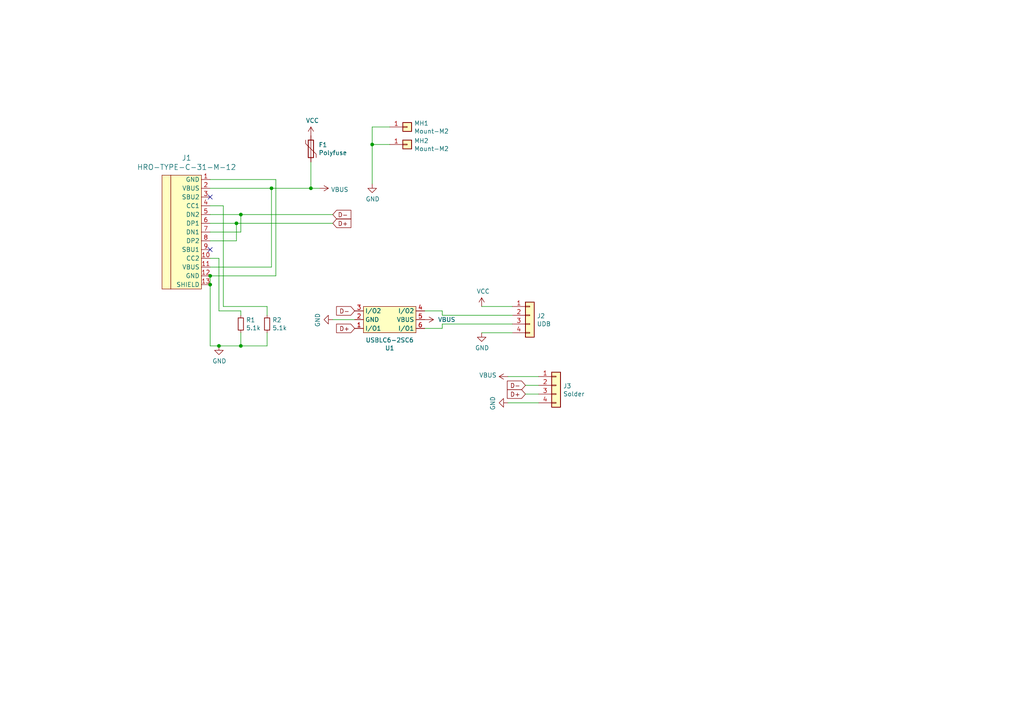
<source format=kicad_sch>
(kicad_sch (version 20211123) (generator eeschema)
  (paper "A4")
  (lib_symbols
    (symbol "Connector_Generic:Conn_01x01" (pin_names hide)
      (property "Reference" "J" (at 0 2.54 0))
      (property "Value" "Conn_01x01" (at 0 -2.54 0))
      (symbol "Conn_01x01_1_1"
        (rectangle (start -1.27 0.127) (end 0 -0.127) (stroke (width 0.1524)))
        (rectangle (start -1.27 1.27) (end 1.27 -1.27) (stroke (width 0.254)) (fill (type background)))
        (pin passive line (at -5.08 0 0) (length 3.81) (name "Pin_1") (number "1"))
      )
    )
    (symbol "Connector_Generic:Conn_01x04" (pin_names hide)
      (property "Reference" "J" (at 0 5.08 0))
      (property "Value" "Conn_01x04" (at 0 -7.62 0))
      (symbol "Conn_01x04_1_1"
        (rectangle (start -1.27 -4.953) (end 0 -5.207) (stroke (width 0.1524)))
        (rectangle (start -1.27 -2.413) (end 0 -2.667) (stroke (width 0.1524)))
        (rectangle (start -1.27 0.127) (end 0 -0.127) (stroke (width 0.1524)))
        (rectangle (start -1.27 2.667) (end 0 2.413) (stroke (width 0.1524)))
        (rectangle (start -1.27 3.81) (end 1.27 -6.35) (stroke (width 0.254)) (fill (type background)))
        (pin passive line (at -5.08 2.54 0) (length 3.81) (name "Pin_1") (number "1"))
        (pin passive line (at -5.08 0 0) (length 3.81) (name "Pin_2") (number "2"))
        (pin passive line (at -5.08 -2.54 0) (length 3.81) (name "Pin_3") (number "3"))
        (pin passive line (at -5.08 -5.08 0) (length 3.81) (name "Pin_4") (number "4"))
      )
    )
    (symbol "Device:Polyfuse" (pin_numbers hide) (pin_names (offset 0))
      (property "Reference" "F" (at -2.54 0 90))
      (property "Value" "Polyfuse" (at 2.54 0 90))
      (symbol "Polyfuse_0_1"
        (rectangle (start -0.762 2.54) (end 0.762 -2.54) (stroke (width 0.254)))
        (polyline (pts (xy 0 2.54) (xy 0 -2.54)))
        (polyline (pts (xy -1.524 2.54) (xy -1.524 1.524) (xy 1.524 -1.524) (xy 1.524 -2.54)))
      )
      (symbol "Polyfuse_1_1"
        (pin passive line (at 0 3.81 270) (length 1.27) (name "~") (number "1"))
        (pin passive line (at 0 -3.81 90) (length 1.27) (name "~") (number "2"))
      )
    )
    (symbol "Device:R_Small" (pin_numbers hide) (pin_names (offset 0.254) hide)
      (property "Reference" "R" (at 0.762 0.508 0))
      (property "Value" "R_Small" (at 0.762 -1.016 0))
      (symbol "R_Small_0_1"
        (rectangle (start -0.762 1.778) (end 0.762 -1.778) (stroke (width 0.2032)))
      )
      (symbol "R_Small_1_1"
        (pin passive line (at 0 2.54 270) (length 0.762) (name "~") (number "1"))
        (pin passive line (at 0 -2.54 90) (length 0.762) (name "~") (number "2"))
      )
    )
    (symbol "Power:GND" (power) (pin_names (offset 0))
      (property "Value" "GND" (at 0 -3.81 0))
      (symbol "GND_0_1"
        (polyline (pts (xy 0 0) (xy 0 -1.27) (xy 1.27 -1.27) (xy 0 -2.54) (xy -1.27 -1.27) (xy 0 -1.27)))
      )
      (symbol "GND_1_1"
        (pin power_in line (at 0 0 270) (length 0) hide (name "GND") (number "1"))
      )
    )
    (symbol "Power:VBUS" (power) (pin_names (offset 0))
      (property "Value" "VBUS" (at 0 3.81 0))
      (symbol "VBUS_0_1"
        (polyline (pts (xy -0.762 1.27) (xy 0 2.54)))
        (polyline (pts (xy 0 0) (xy 0 2.54)))
        (polyline (pts (xy 0 2.54) (xy 0.762 1.27)))
      )
      (symbol "VBUS_1_1"
        (pin power_in line (at 0 0 90) (length 0) hide (name "VBUS") (number "1"))
      )
    )
    (symbol "Power:VCC" (power) (pin_names (offset 0))
      (property "Value" "VCC" (at 0 3.81 0))
      (symbol "VCC_0_1"
        (polyline (pts (xy -0.762 1.27) (xy 0 2.54)))
        (polyline (pts (xy 0 0) (xy 0 2.54)))
        (polyline (pts (xy 0 2.54) (xy 0.762 1.27)))
      )
      (symbol "VCC_1_1"
        (pin power_in line (at 0 0 90) (length 0) hide (name "VCC") (number "1"))
      )
    )
    (symbol "Type-C:HRO-TYPE-C-31-M-12"
      (property "Reference" "USB" (at -5.08 16.51 0))
      (property "Value" "HRO-TYPE-C-31-M-12" (at -10.16 -1.27 90))
      (symbol "HRO-TYPE-C-31-M-12_0_1"
        (rectangle (start -11.43 15.24) (end -8.89 -17.78) (fill (type background)))
        (rectangle (start 0 -17.78) (end -8.89 15.24) (fill (type background)))
      )
      (symbol "HRO-TYPE-C-31-M-12_1_1"
        (pin input line (at 2.54 13.97 180) (length 2.54) (name "GND") (number "1"))
        (pin input line (at 2.54 -8.89 180) (length 2.54) (name "CC2") (number "10"))
        (pin input line (at 2.54 -11.43 180) (length 2.54) (name "VBUS") (number "11"))
        (pin input line (at 2.54 -13.97 180) (length 2.54) (name "GND") (number "12"))
        (pin input line (at 2.54 -16.51 180) (length 2.54) (name "SHIELD") (number "13"))
        (pin input line (at 2.54 11.43 180) (length 2.54) (name "VBUS") (number "2"))
        (pin input line (at 2.54 8.89 180) (length 2.54) (name "SBU2") (number "3"))
        (pin input line (at 2.54 6.35 180) (length 2.54) (name "CC1") (number "4"))
        (pin input line (at 2.54 3.81 180) (length 2.54) (name "DN2") (number "5"))
        (pin input line (at 2.54 1.27 180) (length 2.54) (name "DP1") (number "6"))
        (pin input line (at 2.54 -1.27 180) (length 2.54) (name "DN1") (number "7"))
        (pin input line (at 2.54 -3.81 180) (length 2.54) (name "DP2") (number "8"))
        (pin input line (at 2.54 -6.35 180) (length 2.54) (name "SBU1") (number "9"))
      )
    )
    (symbol "keyboard_parts:USBLC6-2SC6"
      (property "Reference" "D" (at -7.62 5.08 0))
      (property "Value" "USBLC6-2SC6" (at -7.62 -5.08 0))
      (symbol "USBLC6-2SC6_0_0"
        (pin passive line (at -10.16 2.54 0) (length 2.54) (name "I/O1") (number "1"))
        (pin power_in line (at -10.16 0 0) (length 2.54) (name "GND") (number "2"))
        (pin passive line (at -10.16 -2.54 0) (length 2.54) (name "I/O2") (number "3"))
        (pin passive line (at 10.16 -2.54 180) (length 2.54) (name "I/O2") (number "4"))
        (pin power_in line (at 10.16 0 180) (length 2.54) (name "VBUS") (number "5"))
        (pin passive line (at 10.16 2.54 180) (length 2.54) (name "I/O1") (number "6"))
      )
      (symbol "USBLC6-2SC6_0_1"
        (rectangle (start -7.62 3.81) (end 7.62 -3.81) (fill (type background)))
      )
    )
  )
  (junction (at 69.85 62.23))
  (junction (at 63.5 100.33))
  (junction (at 60.96 80.01))
  (junction (at 90.17 54.61))
  (junction (at 60.96 82.55))
  (junction (at 107.95 41.91))
  (junction (at 68.58 64.77))
  (junction (at 69.85 100.33))
  (junction (at 78.74 54.61))
  (no_connect (at 60.96 72.39))
  (no_connect (at 60.96 57.15))
  (wire (pts (xy 152.4 114.3) (xy 156.21 114.3)))
  (wire (pts (xy 69.85 62.23) (xy 96.52 62.23)))
  (wire (pts (xy 147.32 109.22) (xy 156.21 109.22)))
  (wire (pts (xy 107.95 36.83) (xy 107.95 41.91)))
  (wire (pts (xy 123.19 90.17) (xy 128.27 90.17)))
  (wire (pts (xy 113.03 36.83) (xy 107.95 36.83)))
  (wire (pts (xy 90.17 54.61) (xy 90.17 46.99)))
  (wire (pts (xy 63.5 90.17) (xy 63.5 74.93)))
  (wire (pts (xy 78.74 54.61) (xy 90.17 54.61)))
  (wire (pts (xy 69.85 96.52) (xy 69.85 100.33)))
  (wire (pts (xy 152.4 111.76) (xy 156.21 111.76)))
  (wire (pts (xy 96.52 92.71) (xy 102.87 92.71)))
  (wire (pts (xy 77.47 100.33) (xy 77.47 96.52)))
  (wire (pts (xy 123.19 95.25) (xy 128.27 95.25)))
  (wire (pts (xy 128.27 91.44) (xy 148.59 91.44)))
  (wire (pts (xy 69.85 67.31) (xy 60.96 67.31)))
  (wire (pts (xy 63.5 74.93) (xy 60.96 74.93)))
  (wire (pts (xy 60.96 80.01) (xy 60.96 82.55)))
  (wire (pts (xy 80.01 52.07) (xy 80.01 80.01)))
  (wire (pts (xy 64.77 88.9) (xy 77.47 88.9)))
  (wire (pts (xy 60.96 59.69) (xy 64.77 59.69)))
  (wire (pts (xy 69.85 62.23) (xy 69.85 67.31)))
  (wire (pts (xy 147.32 116.84) (xy 156.21 116.84)))
  (wire (pts (xy 68.58 69.85) (xy 68.58 64.77)))
  (wire (pts (xy 80.01 80.01) (xy 60.96 80.01)))
  (wire (pts (xy 69.85 100.33) (xy 77.47 100.33)))
  (wire (pts (xy 60.96 52.07) (xy 80.01 52.07)))
  (wire (pts (xy 113.03 41.91) (xy 107.95 41.91)))
  (wire (pts (xy 60.96 62.23) (xy 69.85 62.23)))
  (wire (pts (xy 128.27 93.98) (xy 148.59 93.98)))
  (wire (pts (xy 128.27 95.25) (xy 128.27 93.98)))
  (wire (pts (xy 128.27 90.17) (xy 128.27 91.44)))
  (wire (pts (xy 60.96 100.33) (xy 63.5 100.33)))
  (wire (pts (xy 63.5 100.33) (xy 69.85 100.33)))
  (wire (pts (xy 69.85 91.44) (xy 69.85 90.17)))
  (wire (pts (xy 139.7 88.9) (xy 148.59 88.9)))
  (wire (pts (xy 60.96 69.85) (xy 68.58 69.85)))
  (wire (pts (xy 90.17 54.61) (xy 92.71 54.61)))
  (wire (pts (xy 107.95 41.91) (xy 107.95 53.34)))
  (wire (pts (xy 60.96 82.55) (xy 60.96 100.33)))
  (wire (pts (xy 68.58 64.77) (xy 96.52 64.77)))
  (wire (pts (xy 77.47 88.9) (xy 77.47 91.44)))
  (wire (pts (xy 68.58 64.77) (xy 60.96 64.77)))
  (wire (pts (xy 60.96 77.47) (xy 78.74 77.47)))
  (wire (pts (xy 78.74 77.47) (xy 78.74 54.61)))
  (wire (pts (xy 78.74 54.61) (xy 60.96 54.61)))
  (wire (pts (xy 139.7 96.52) (xy 148.59 96.52)))
  (wire (pts (xy 64.77 59.69) (xy 64.77 88.9)))
  (wire (pts (xy 69.85 90.17) (xy 63.5 90.17)))
  (global_label "D-" (shape input) (at 152.4 111.76 180) (property "Intersheet References" "${INTERSHEET_REFS}" (effects hide)))
  (global_label "D+" (shape input) (at 152.4 114.3 180) (property "Intersheet References" "${INTERSHEET_REFS}" (effects hide)))
  (global_label "D+" (shape input) (at 102.87 95.25 180) (property "Intersheet References" "${INTERSHEET_REFS}" (effects hide)))
  (global_label "D-" (shape input) (at 96.52 62.23 0) (property "Intersheet References" "${INTERSHEET_REFS}" (effects hide)))
  (global_label "D+" (shape input) (at 96.52 64.77 0) (property "Intersheet References" "${INTERSHEET_REFS}" (effects hide)))
  (global_label "D-" (shape input) (at 102.87 90.17 180) (property "Intersheet References" "${INTERSHEET_REFS}" (effects hide)))
  (symbol (lib_id "Device:Polyfuse") (at 90.17 43.18 0) (unit 1)
    (property "Reference" "F1" (at 92.4052 42.0116 0) (effects (justify left)))
    (property "Value" "Polyfuse" (at 92.4052 44.323 0) (effects (justify left)))
    (property "Footprint" "Keeb_components:R_0805" (effects hide))
  )
  (symbol (lib_id "keyboard_parts:USBLC6-2SC6") (at 113.03 92.71 0) (mirror x) (unit 1)
    (property "Reference" "U1" (at 113.03 100.965 0))
    (property "Value" "USBLC6-2SC6" (at 113.03 98.6536 0))
    (property "Footprint" "Keeb_components:PACKAGE_SOT-23-6" (effects hide))
    (property "Farnell" "1295310" (effects hide))
  )
  (symbol (lib_id "Power:VCC") (at 90.17 39.37 0) (unit 1)
    (property "Reference" "#PWR0112" (effects hide))
    (property "Value" "VCC" (at 90.6018 34.9758 0))
  )
  (symbol (lib_id "Power:VBUS") (at 92.71 54.61 270) (unit 1)
    (property "Reference" "#PWR0124" (effects hide))
    (property "Value" "VBUS" (at 95.9612 54.991 90) (effects (justify left)))
  )
  (symbol (lib_id "Power:VBUS") (at 123.19 92.71 270) (unit 1)
    (property "Reference" "#PWR0125" (effects hide))
    (property "Value" "VBUS" (at 127 92.71 90) (effects (justify left)))
  )
  (symbol (lib_id "Power:GND") (at 96.52 92.71 270) (unit 1)
    (property "Reference" "#PWR0126" (effects hide))
    (property "Value" "GND" (at 92.1258 92.837 0))
  )
  (symbol (lib_id "Type-C:HRO-TYPE-C-31-M-12") (at 58.42 66.04 0) (unit 1)
    (property "Reference" "J1" (at 54.1274 45.7962 0) (effects (font (size 1.524 1.524))))
    (property "Value" "HRO-TYPE-C-31-M-12" (at 54.1274 48.4886 0) (effects (font (size 1.524 1.524))))
    (property "Footprint" "Keeb_components:CONN_HRO-TYPE-C-31-M-12" (effects hide))
  )
  (symbol (lib_id "Connector_Generic:Conn_01x04") (at 153.67 91.44 0) (unit 1)
    (property "Reference" "J2" (at 155.702 91.6432 0) (effects (justify left)))
    (property "Value" "UDB" (at 155.702 93.9546 0) (effects (justify left)))
    (property "Footprint" "Keeb_components:CONN_JST_SH_SM04B-SRSS-TB_1x04-1MP_P1.00mm_Horizontal" (effects hide))
  )
  (symbol (lib_id "Device:R_Small") (at 69.85 93.98 0) (unit 1)
    (property "Reference" "R1" (at 71.3486 92.8116 0) (effects (justify left)))
    (property "Value" "5.1k" (at 71.3486 95.123 0) (effects (justify left)))
    (property "Footprint" "Keeb_components:R_0805" (effects hide))
  )
  (symbol (lib_id "Device:R_Small") (at 77.47 93.98 0) (unit 1)
    (property "Reference" "R2" (at 78.9686 92.8116 0) (effects (justify left)))
    (property "Value" "5.1k" (at 78.9686 95.123 0) (effects (justify left)))
    (property "Footprint" "Keeb_components:R_0805" (effects hide))
  )
  (symbol (lib_id "Power:GND") (at 63.5 100.33 0) (unit 1)
    (property "Reference" "#PWR0102" (effects hide))
    (property "Value" "GND" (at 63.627 104.7242 0))
  )
  (symbol (lib_id "Power:VCC") (at 139.7 88.9 0) (unit 1)
    (property "Reference" "#PWR0103" (effects hide))
    (property "Value" "VCC" (at 140.1318 84.5058 0))
  )
  (symbol (lib_id "Power:GND") (at 139.7 96.52 0) (unit 1)
    (property "Reference" "#PWR0104" (effects hide))
    (property "Value" "GND" (at 139.827 100.9142 0))
  )
  (symbol (lib_id "Connector_Generic:Conn_01x01") (at 118.11 36.83 0) (unit 1)
    (property "Reference" "MH1" (at 120.1166 35.7632 0) (effects (justify left)))
    (property "Value" "Mount-M2" (at 120.1166 38.0746 0) (effects (justify left)))
    (property "Footprint" "footprints:3x2.2" (effects hide))
  )
  (symbol (lib_id "Connector_Generic:Conn_01x01") (at 118.11 41.91 0) (unit 1)
    (property "Reference" "MH2" (at 120.1166 40.8432 0) (effects (justify left)))
    (property "Value" "Mount-M2" (at 120.1166 43.1546 0) (effects (justify left)))
    (property "Footprint" "footprints:3x2.2" (effects hide))
  )
  (symbol (lib_id "Power:GND") (at 107.95 53.34 0) (unit 1)
    (property "Reference" "#PWR0105" (effects hide))
    (property "Value" "GND" (at 108.077 57.7342 0))
  )
  (symbol (lib_id "Power:VBUS") (at 147.32 109.22 90) (unit 1)
    (property "Reference" "#PWR?" (effects hide))
    (property "Value" "VBUS" (at 144.0688 108.839 90) (effects (justify left)))
  )
  (symbol (lib_id "Power:GND") (at 147.32 116.84 270) (unit 1)
    (property "Reference" "#PWR?" (effects hide))
    (property "Value" "GND" (at 142.9258 116.967 0))
  )
  (symbol (lib_id "Connector_Generic:Conn_01x04") (at 161.29 111.76 0) (unit 1)
    (property "Reference" "J3" (at 163.322 111.9632 0) (effects (justify left)))
    (property "Value" "Solder" (at 163.322 114.2746 0) (effects (justify left)))
    (property "Footprint" "footprints:solder_header" (effects hide))
  )
)
</source>
